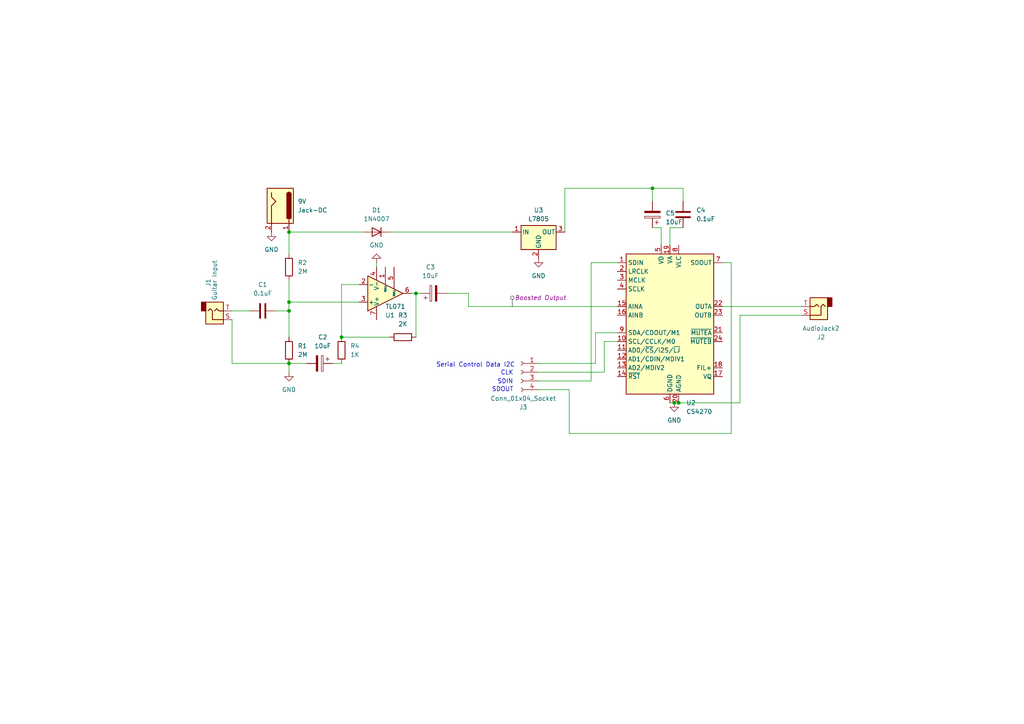
<source format=kicad_sch>
(kicad_sch (version 20231120) (generator "eeschema") (generator_version "8.0")
  (paper "A4")
  (lib_symbols
    (symbol "Amplifier_Operational:TL071" (pin_names (offset 0.127))
      (property "Reference" "U" (at 0 6.35 0))
      (property "Value" "TL071" (at 0 3.81 0))
      (symbol "TL071_0_1"
        (polyline (pts (xy -5.08 5.08) (xy 5.08 0) (xy -5.08 -5.08) (xy -5.08 5.08)) (stroke (width 0.254)) (fill (type background)))
      )
      (symbol "TL071_1_1"
        (pin input line (at 0 -7.62 90) (length 5.08) (name "NULL") (number "1"))
        (pin input line (at -7.62 -2.54 0) (length 2.54) (name "-") (number "2"))
        (pin input line (at -7.62 2.54 0) (length 2.54) (name "+") (number "3"))
        (pin power_in line (at -2.54 -7.62 90) (length 3.81) (name "V-") (number "4"))
        (pin input line (at 2.54 -7.62 90) (length 6.35) (name "NULL") (number "5"))
        (pin output line (at 7.62 0 180) (length 2.54) (name "~") (number "6"))
        (pin power_in line (at -2.54 7.62 270) (length 3.81) (name "V+") (number "7"))
        (pin no_connect line (at 0 2.54 270) (length 2.54) hide (name "NC") (number "8"))
      )
    )
    (symbol "Audio:CS4270"
      (property "Reference" "U" (at -11.43 21.59 0))
      (property "Value" "CS4270" (at 8.89 21.59 0))
      (symbol "CS4270_0_1"
        (rectangle (start -12.7 20.32) (end 12.7 -20.32) (stroke (width 0.254)) (fill (type background)))
      )
      (symbol "CS4270_1_0"
        (pin input line (at -15.24 17.78 0) (length 2.54) (name "SDIN") (number "1"))
        (pin input line (at -15.24 -5.08 0) (length 2.54) (name "SCL/CCLK/M0") (number "10"))
        (pin input line (at -15.24 -7.62 0) (length 2.54) (name "AD0/~{CS}/I2S/~{LJ}") (number "11"))
        (pin input line (at -15.24 -10.16 0) (length 2.54) (name "AD1/CDIN/MDIV1") (number "12"))
        (pin input line (at -15.24 -12.7 0) (length 2.54) (name "AD2/MDIV2") (number "13"))
        (pin input line (at -15.24 -15.24 0) (length 2.54) (name "~{RST}") (number "14"))
        (pin input line (at -15.24 5.08 0) (length 2.54) (name "AINA") (number "15"))
        (pin input line (at -15.24 2.54 0) (length 2.54) (name "AINB") (number "16"))
        (pin passive line (at 15.24 -15.24 180) (length 2.54) (name "VQ") (number "17"))
        (pin passive line (at 15.24 -12.7 180) (length 2.54) (name "FIL+") (number "18"))
        (pin power_in line (at 0 22.86 270) (length 2.54) (name "VA") (number "19"))
        (pin bidirectional line (at -15.24 15.24 0) (length 2.54) (name "LRCLK") (number "2"))
        (pin power_in line (at 2.54 -22.86 90) (length 2.54) (name "AGND") (number "20"))
        (pin input line (at 15.24 -2.54 180) (length 2.54) (name "~{MUTEA}") (number "21"))
        (pin output line (at 15.24 5.08 180) (length 2.54) (name "OUTA") (number "22"))
        (pin output line (at 15.24 2.54 180) (length 2.54) (name "OUTB") (number "23"))
        (pin input line (at 15.24 -5.08 180) (length 2.54) (name "~{MUTEB}") (number "24"))
        (pin input line (at -15.24 12.7 0) (length 2.54) (name "MCLK") (number "3"))
        (pin bidirectional line (at -15.24 10.16 0) (length 2.54) (name "SCLK") (number "4"))
        (pin power_in line (at -2.54 22.86 270) (length 2.54) (name "VD") (number "5"))
        (pin power_in line (at 0 -22.86 90) (length 2.54) (name "DGND") (number "6"))
        (pin output line (at 15.24 17.78 180) (length 2.54) (name "SDOUT") (number "7"))
        (pin power_in line (at 2.54 22.86 270) (length 2.54) (name "VLC") (number "8"))
        (pin bidirectional line (at -15.24 -2.54 0) (length 2.54) (name "SDA/CDOUT/M1") (number "9"))
      )
    )
    (symbol "Connector:Conn_01x04_Socket" (pin_names (offset 1.016) hide)
      (property "Reference" "J" (at 0 5.08 0))
      (property "Value" "Conn_01x04_Socket" (at 0 -7.62 0))
      (symbol "Conn_01x04_Socket_1_1"
        (arc (start 0 -4.572) (mid -0.5058 -5.08) (end 0 -5.588) (stroke (width 0.1524)))
        (arc (start 0 -2.032) (mid -0.5058 -2.54) (end 0 -3.048) (stroke (width 0.1524)))
        (polyline (pts (xy -1.27 -5.08) (xy -0.508 -5.08)) (stroke (width 0.1524)))
        (polyline (pts (xy -1.27 -2.54) (xy -0.508 -2.54)) (stroke (width 0.1524)))
        (polyline (pts (xy -1.27 0) (xy -0.508 0)) (stroke (width 0.1524)))
        (polyline (pts (xy -1.27 2.54) (xy -0.508 2.54)) (stroke (width 0.1524)))
        (arc (start 0 0.508) (mid -0.5058 0) (end 0 -0.508) (stroke (width 0.1524)))
        (arc (start 0 3.048) (mid -0.5058 2.54) (end 0 2.032) (stroke (width 0.1524)))
        (pin passive line (at -5.08 2.54 0) (length 3.81) (name "Pin_1") (number "1"))
        (pin passive line (at -5.08 0 0) (length 3.81) (name "Pin_2") (number "2"))
        (pin passive line (at -5.08 -2.54 0) (length 3.81) (name "Pin_3") (number "3"))
        (pin passive line (at -5.08 -5.08 0) (length 3.81) (name "Pin_4") (number "4"))
      )
    )
    (symbol "Connector:Jack-DC" (pin_names (offset 1.016))
      (property "Reference" "J" (at 0 5.334 0))
      (property "Value" "Jack-DC" (at 0 -5.08 0))
      (symbol "Jack-DC_0_1"
        (rectangle (start -5.08 3.81) (end 5.08 -3.81) (stroke (width 0.254)) (fill (type background)))
        (arc (start -3.302 3.175) (mid -3.9343 2.54) (end -3.302 1.905) (stroke (width 0.254)))
        (arc (start -3.302 3.175) (mid -3.9343 2.54) (end -3.302 1.905) (stroke (width 0.254)) (fill (type outline)))
        (polyline (pts (xy 5.08 2.54) (xy 3.81 2.54)) (stroke (width 0.254)))
        (polyline (pts (xy -3.81 -2.54) (xy -2.54 -2.54) (xy -1.27 -1.27) (xy 0 -2.54) (xy 2.54 -2.54) (xy 5.08 -2.54)) (stroke (width 0.254)))
        (rectangle (start 3.683 3.175) (end -3.302 1.905) (stroke (width 0.254)) (fill (type outline)))
      )
      (symbol "Jack-DC_1_1"
        (pin passive line (at 7.62 2.54 180) (length 2.54) (name "~") (number "1"))
        (pin passive line (at 7.62 -2.54 180) (length 2.54) (name "~") (number "2"))
      )
    )
    (symbol "Connector_Audio:AudioJack2"
      (property "Reference" "J" (at 0 8.89 0))
      (property "Value" "AudioJack2" (at 0 6.35 0))
      (symbol "AudioJack2_0_1"
        (rectangle (start -3.81 0) (end -2.54 -2.54) (stroke (width 0.254)) (fill (type outline)))
        (rectangle (start -2.54 3.81) (end 2.54 -2.54) (stroke (width 0.254)) (fill (type background)))
        (polyline (pts (xy 0 0) (xy 0.635 -0.635) (xy 1.27 0) (xy 2.54 0)) (stroke (width 0.254)))
        (polyline (pts (xy 2.54 2.54) (xy -0.635 2.54) (xy -0.635 0) (xy -1.27 -0.635) (xy -1.905 0)) (stroke (width 0.254)))
      )
      (symbol "AudioJack2_1_1"
        (pin passive line (at 5.08 2.54 180) (length 2.54) (name "~") (number "S"))
        (pin passive line (at 5.08 0 180) (length 2.54) (name "~") (number "T"))
      )
    )
    (symbol "Device:C" (pin_numbers hide) (pin_names (offset 0.254))
      (property "Reference" "C" (at 0.635 2.54 0))
      (property "Value" "C" (at 0.635 -2.54 0))
      (symbol "C_0_1"
        (polyline (pts (xy -2.032 -0.762) (xy 2.032 -0.762)) (stroke (width 0.508)))
        (polyline (pts (xy -2.032 0.762) (xy 2.032 0.762)) (stroke (width 0.508)))
      )
      (symbol "C_1_1"
        (pin passive line (at 0 3.81 270) (length 2.794) (name "~") (number "1"))
        (pin passive line (at 0 -3.81 90) (length 2.794) (name "~") (number "2"))
      )
    )
    (symbol "Device:C_Polarized" (pin_numbers hide) (pin_names (offset 0.254))
      (property "Reference" "C" (at 0.635 2.54 0))
      (property "Value" "C_Polarized" (at 0.635 -2.54 0))
      (symbol "C_Polarized_0_1"
        (rectangle (start -2.286 0.508) (end 2.286 1.016))
        (polyline (pts (xy -1.778 2.286) (xy -0.762 2.286)))
        (polyline (pts (xy -1.27 2.794) (xy -1.27 1.778)))
        (rectangle (start 2.286 -0.508) (end -2.286 -1.016) (fill (type outline)))
      )
      (symbol "C_Polarized_1_1"
        (pin passive line (at 0 3.81 270) (length 2.794) (name "~") (number "1"))
        (pin passive line (at 0 -3.81 90) (length 2.794) (name "~") (number "2"))
      )
    )
    (symbol "Device:R" (pin_numbers hide) (pin_names (offset 0))
      (property "Reference" "R" (at 2.032 0 90))
      (property "Value" "R" (at 0 0 90))
      (symbol "R_0_1"
        (rectangle (start -1.016 -2.54) (end 1.016 2.54) (stroke (width 0.254)))
      )
      (symbol "R_1_1"
        (pin passive line (at 0 3.81 270) (length 1.27) (name "~") (number "1"))
        (pin passive line (at 0 -3.81 90) (length 1.27) (name "~") (number "2"))
      )
    )
    (symbol "Diode:1N4007" (pin_numbers hide) (pin_names hide)
      (property "Reference" "D" (at 0 2.54 0))
      (property "Value" "1N4007" (at 0 -2.54 0))
      (symbol "1N4007_0_1"
        (polyline (pts (xy -1.27 1.27) (xy -1.27 -1.27)) (stroke (width 0.254)))
        (polyline (pts (xy 1.27 0) (xy -1.27 0)))
        (polyline (pts (xy 1.27 1.27) (xy 1.27 -1.27) (xy -1.27 0) (xy 1.27 1.27)) (stroke (width 0.254)))
      )
      (symbol "1N4007_1_1"
        (pin passive line (at -3.81 0 0) (length 2.54) (name "K") (number "1"))
        (pin passive line (at 3.81 0 180) (length 2.54) (name "A") (number "2"))
      )
    )
    (symbol "Regulator_Linear:L7805" (pin_names (offset 0.254))
      (property "Reference" "U" (at -3.81 3.175 0))
      (property "Value" "L7805" (at 0 3.175 0))
      (symbol "L7805_0_1"
        (rectangle (start -5.08 1.905) (end 5.08 -5.08) (stroke (width 0.254)) (fill (type background)))
      )
      (symbol "L7805_1_1"
        (pin power_in line (at -7.62 0 0) (length 2.54) (name "IN") (number "1"))
        (pin power_in line (at 0 -7.62 90) (length 2.54) (name "GND") (number "2"))
        (pin power_out line (at 7.62 0 180) (length 2.54) (name "OUT") (number "3"))
      )
    )
    (symbol "power:GND" (power) (pin_numbers hide) (pin_names (offset 0) hide)
      (property "Value" "GND" (at 0 -3.81 0))
      (symbol "GND_0_1"
        (polyline (pts (xy 0 0) (xy 0 -1.27) (xy 1.27 -1.27) (xy 0 -2.54) (xy -1.27 -1.27) (xy 0 -1.27)))
      )
      (symbol "GND_1_1"
        (pin power_in line (at 0 0 270) (length 0) (name "~") (number "1"))
      )
    )
  )
  (junction (at 83.82 105.41))
  (junction (at 189.23 54.61))
  (junction (at 195.58 116.84))
  (junction (at 196.85 116.84))
  (junction (at 99.06 97.79))
  (junction (at 83.82 87.63))
  (junction (at 83.82 67.31))
  (junction (at 120.65 85.09))
  (junction (at 83.82 90.17))
  (wire (pts (xy 135.89 88.9) (xy 179.07 88.9)))
  (wire (pts (xy 195.58 116.84) (xy 196.85 116.84)))
  (wire (pts (xy 172.72 105.41) (xy 172.72 96.52)))
  (wire (pts (xy 189.23 54.61) (xy 189.23 58.42)))
  (wire (pts (xy 83.82 107.95) (xy 83.82 105.41)))
  (wire (pts (xy 67.31 90.17) (xy 72.39 90.17)))
  (wire (pts (xy 83.82 90.17) (xy 83.82 97.79)))
  (wire (pts (xy 83.82 105.41) (xy 88.9 105.41)))
  (wire (pts (xy 179.07 76.2) (xy 171.45 76.2)))
  (wire (pts (xy 194.31 66.04) (xy 194.31 71.12)))
  (wire (pts (xy 99.06 82.55) (xy 99.06 97.79)))
  (wire (pts (xy 67.31 105.41) (xy 83.82 105.41)))
  (wire (pts (xy 135.89 85.09) (xy 135.89 88.9)))
  (wire (pts (xy 198.12 58.42) (xy 198.12 54.61)))
  (wire (pts (xy 113.03 67.31) (xy 148.59 67.31)))
  (wire (pts (xy 212.09 125.73) (xy 165.1 125.73)))
  (wire (pts (xy 165.1 125.73) (xy 165.1 113.03)))
  (wire (pts (xy 191.77 66.04) (xy 191.77 71.12)))
  (wire (pts (xy 83.82 81.28) (xy 83.82 87.63)))
  (wire (pts (xy 99.06 97.79) (xy 113.03 97.79)))
  (wire (pts (xy 212.09 76.2) (xy 212.09 125.73)))
  (wire (pts (xy 194.31 116.84) (xy 195.58 116.84)))
  (wire (pts (xy 156.21 105.41) (xy 172.72 105.41)))
  (wire (pts (xy 83.82 67.31) (xy 83.82 73.66)))
  (wire (pts (xy 156.21 107.95) (xy 175.26 107.95)))
  (wire (pts (xy 120.65 85.09) (xy 121.92 85.09)))
  (wire (pts (xy 129.54 85.09) (xy 135.89 85.09)))
  (wire (pts (xy 83.82 67.31) (xy 105.41 67.31)))
  (wire (pts (xy 175.26 99.06) (xy 179.07 99.06)))
  (wire (pts (xy 189.23 66.04) (xy 191.77 66.04)))
  (wire (pts (xy 67.31 92.71) (xy 67.31 105.41)))
  (wire (pts (xy 163.83 67.31) (xy 163.83 54.61)))
  (wire (pts (xy 96.52 105.41) (xy 99.06 105.41)))
  (wire (pts (xy 109.22 76.2) (xy 109.22 77.47)))
  (wire (pts (xy 156.21 113.03) (xy 165.1 113.03)))
  (wire (pts (xy 163.83 54.61) (xy 189.23 54.61)))
  (wire (pts (xy 119.38 85.09) (xy 120.65 85.09)))
  (wire (pts (xy 172.72 96.52) (xy 179.07 96.52)))
  (wire (pts (xy 83.82 87.63) (xy 83.82 90.17)))
  (wire (pts (xy 212.09 76.2) (xy 209.55 76.2)))
  (wire (pts (xy 80.01 90.17) (xy 83.82 90.17)))
  (wire (pts (xy 214.63 91.44) (xy 232.41 91.44)))
  (wire (pts (xy 171.45 76.2) (xy 171.45 110.49)))
  (wire (pts (xy 156.21 110.49) (xy 171.45 110.49)))
  (wire (pts (xy 198.12 54.61) (xy 189.23 54.61)))
  (wire (pts (xy 196.85 116.84) (xy 214.63 116.84)))
  (wire (pts (xy 214.63 116.84) (xy 214.63 91.44)))
  (wire (pts (xy 104.14 82.55) (xy 99.06 82.55)))
  (wire (pts (xy 120.65 85.09) (xy 120.65 97.79)))
  (wire (pts (xy 175.26 107.95) (xy 175.26 99.06)))
  (wire (pts (xy 232.41 88.9) (xy 209.55 88.9)))
  (wire (pts (xy 198.12 66.04) (xy 194.31 66.04)))
  (wire (pts (xy 83.82 87.63) (xy 104.14 87.63)))
  (text "CLK\n" (at 147.066 108.204 0) (effects (font (size 1.27 1.27))))
  (text "SDOUT\n" (at 145.796 113.03 0) (effects (font (size 1.27 1.27))))
  (text "SDIN" (at 146.558 110.744 0) (effects (font (size 1.27 1.27))))
  (text "Serial Control Data I2C" (at 137.922 105.918 0) (effects (font (size 1.27 1.27))))
  (netclass_flag "" (length 2.54) (shape round) (at 148.59 88.9 0) (property "Netclass" "Boosted Output" (at 149.2885 86.36 0) (effects (font (italic yes)) (justify left))))
  (symbol (lib_id "Device:R") (at 99.06 101.6 180) (unit 1)
    (property "Reference" "R4" (at 101.6 100.3299 0) (effects (justify right)))
    (property "Value" "1K" (at 101.6 102.8699 0) (effects (justify right)))
    (property "Description" "Resistor" (effects (hide yes)))
  )
  (symbol (lib_id "Device:R") (at 116.84 97.79 90) (unit 1)
    (property "Reference" "R3" (at 116.84 91.44 90))
    (property "Value" "2K" (at 116.84 93.98 90))
    (property "Description" "Resistor" (effects (hide yes)))
  )
  (symbol (lib_id "Connector:Conn_01x04_Socket") (at 151.13 107.95 0) (mirror y) (unit 1)
    (property "Reference" "J3" (at 151.765 118.11 0))
    (property "Value" "Conn_01x04_Socket" (at 151.765 115.57 0))
    (property "Description" "Generic connector, single row, 01x04, script generated" (effects (hide yes)))
  )
  (symbol (lib_id "Connector_Audio:AudioJack2") (at 237.49 88.9 180) (unit 1)
    (property "Reference" "J2" (at 238.125 97.79 0))
    (property "Value" "AudioJack2" (at 238.125 95.25 0))
    (property "Footprint" "Connector_Audio:Jack_6.35mm_Neutrik_NMJ4HCD2_Horizontal" (effects (hide yes)))
    (property "Description" "Audio Jack, 2 Poles (Mono / TS)" (effects (hide yes)))
  )
  (symbol (lib_id "Device:R") (at 83.82 77.47 0) (unit 1)
    (property "Reference" "R2" (at 86.36 76.1999 0) (effects (justify left)))
    (property "Value" "2M" (at 86.36 78.7399 0) (effects (justify left)))
    (property "Description" "Resistor" (effects (hide yes)))
  )
  (symbol (lib_id "power:GND") (at 109.22 76.2 0) (mirror x) (unit 1)
    (property "Reference" "#PWR02" (effects (hide yes)))
    (property "Value" "GND" (at 109.22 71.12 0))
    (property "Description" "Power symbol creates a global label with name \"GND\" , ground" (effects (hide yes)))
  )
  (symbol (lib_id "Device:R") (at 83.82 101.6 0) (unit 1)
    (property "Reference" "R1" (at 86.36 100.3299 0) (effects (justify left)))
    (property "Value" "2M" (at 86.36 102.8699 0) (effects (justify left)))
    (property "Description" "Resistor" (effects (hide yes)))
  )
  (symbol (lib_id "power:GND") (at 156.21 74.93 0) (unit 1)
    (property "Reference" "#PWR05" (effects (hide yes)))
    (property "Value" "GND" (at 156.21 80.01 0))
    (property "Description" "Power symbol creates a global label with name \"GND\" , ground" (effects (hide yes)))
  )
  (symbol (lib_id "power:GND") (at 195.58 116.84 0) (unit 1)
    (property "Reference" "#PWR04" (effects (hide yes)))
    (property "Value" "GND" (at 195.58 121.92 0))
    (property "Description" "Power symbol creates a global label with name \"GND\" , ground" (effects (hide yes)))
  )
  (symbol (lib_id "Connector_Audio:AudioJack2") (at 62.23 90.17 0) (mirror x) (unit 1)
    (property "Reference" "J1" (at 60.452 80.772 90) (effects (justify left)))
    (property "Value" "Guitar Input" (at 62.23 75.438 90) (effects (justify left)))
    (property "Footprint" "Connector_Audio:Jack_6.35mm_Neutrik_NJ6TB-V_Vertical" (effects (hide yes)))
    (property "Description" "Audio Jack, 2 Poles (Mono / TS)" (effects (hide yes)))
  )
  (symbol (lib_id "Diode:1N4007") (at 109.22 67.31 180) (unit 1)
    (property "Reference" "D1" (at 109.22 60.96 0))
    (property "Value" "1N4007" (at 109.22 63.5 0))
    (property "Footprint" "Diode_THT:D_DO-41_SOD81_P10.16mm_Horizontal" (effects (hide yes)))
    (property "Datasheet" "http://www.vishay.com/docs/88503/1n4001.pdf" (effects (hide yes)))
    (property "Description" "1000V 1A General Purpose Rectifier Diode, DO-41" (effects (hide yes)))
    (property "Sim.Device" "D" (effects (hide yes)))
    (property "Sim.Pins" "1=K 2=A" (effects (hide yes)))
  )
  (symbol (lib_id "Amplifier_Operational:TL071") (at 111.76 85.09 0) (mirror x) (unit 1)
    (property "Reference" "U1" (at 111.76 91.44 0) (effects (justify left)))
    (property "Value" "TL071" (at 111.76 88.9 0) (effects (justify left)))
    (property "Datasheet" "http://www.ti.com/lit/ds/symlink/tl071.pdf" (effects (hide yes)))
    (property "Description" "Single Low-Noise JFET-Input Operational Amplifiers, DIP-8/SOIC-8" (effects (hide yes)))
  )
  (symbol (lib_id "Connector:Jack-DC") (at 81.28 59.69 270) (unit 1)
    (property "Reference" "9V" (at 86.36 58.4199 90) (effects (justify left)))
    (property "Value" "Jack-DC" (at 86.36 60.9599 90) (effects (justify left)))
    (property "Footprint" "Connector_BarrelJack:BarrelJack_SwitchcraftConxall_RAPC10U_Horizontal" (effects (hide yes)))
    (property "Description" "DC Barrel Jack" (effects (hide yes)))
  )
  (symbol (lib_id "Device:C") (at 198.12 62.23 180) (unit 1)
    (property "Reference" "C4" (at 201.93 60.9599 0) (effects (justify right)))
    (property "Value" "0.1uF" (at 201.93 63.4999 0) (effects (justify right)))
    (property "Description" "Unpolarized capacitor" (effects (hide yes)))
    (property "Sim.Device" "C" (effects (hide yes)))
    (property "Sim.Type" "=" (effects (hide yes)))
    (property "Sim.Params" "c=0.001" (effects (hide yes)))
    (property "Sim.Pins" "1=+ 2=-" (effects (hide yes)))
  )
  (symbol (lib_id "Regulator_Linear:L7805") (at 156.21 67.31 0) (unit 1)
    (property "Reference" "U3" (at 156.21 60.96 0))
    (property "Value" "L7805" (at 156.21 63.5 0))
    (property "Datasheet" "http://www.st.com/content/ccc/resource/technical/document/datasheet/41/4f/b3/b0/12/d4/47/88/CD00000444.pdf/files/CD00000444.pdf/jcr:content/translations/en.CD00000444.pdf" (effects (hide yes)))
    (property "Description" "Positive 1.5A 35V Linear Regulator, Fixed Output 5V, TO-220/TO-263/TO-252" (effects (hide yes)))
  )
  (symbol (lib_id "power:GND") (at 83.82 107.95 0) (unit 1)
    (property "Reference" "#PWR01" (effects (hide yes)))
    (property "Value" "GND" (at 83.82 113.03 0))
    (property "Description" "Power symbol creates a global label with name \"GND\" , ground" (effects (hide yes)))
  )
  (symbol (lib_id "power:GND") (at 78.74 67.31 0) (unit 1)
    (property "Reference" "#PWR03" (effects (hide yes)))
    (property "Value" "GND" (at 78.74 72.39 0))
    (property "Description" "Power symbol creates a global label with name \"GND\" , ground" (effects (hide yes)))
  )
  (symbol (lib_id "Device:C_Polarized") (at 92.71 105.41 270) (unit 1)
    (property "Reference" "C2" (at 93.599 97.79 90))
    (property "Value" "10uF" (at 93.599 100.33 90))
    (property "Description" "Polarized capacitor" (effects (hide yes)))
  )
  (symbol (lib_id "Device:C_Polarized") (at 125.73 85.09 90) (unit 1)
    (property "Reference" "C3" (at 124.841 77.47 90))
    (property "Value" "10uF" (at 124.841 80.01 90))
    (property "Description" "Polarized capacitor" (effects (hide yes)))
  )
  (symbol (lib_id "Device:C") (at 76.2 90.17 270) (unit 1)
    (property "Reference" "C1" (at 76.2 82.55 90))
    (property "Value" "0.1uF" (at 76.2 85.09 90))
    (property "Description" "Unpolarized capacitor" (effects (hide yes)))
    (property "Sim.Device" "C" (effects (hide yes)))
    (property "Sim.Type" "=" (effects (hide yes)))
    (property "Sim.Params" "c=0.001" (effects (hide yes)))
    (property "Sim.Pins" "1=+ 2=-" (effects (hide yes)))
  )
  (symbol (lib_id "Device:C_Polarized") (at 189.23 62.23 180) (unit 1)
    (property "Reference" "C5" (at 193.04 61.8489 0) (effects (justify right)))
    (property "Value" "10uF" (at 193.04 64.3889 0) (effects (justify right)))
    (property "Description" "Polarized capacitor" (effects (hide yes)))
  )
  (symbol (lib_id "Audio:CS4270") (at 194.31 93.98 0) (unit 1)
    (property "Reference" "U2" (at 199.0441 116.84 0) (effects (justify left)))
    (property "Value" "CS4270" (at 199.0441 119.38 0) (effects (justify left)))
    (property "Footprint" "Package_SO:TSSOP-24_4.4x7.8mm_P0.65mm" (effects (hide yes)))
    (property "Datasheet" "https://statics.cirrus.com/pubs/proDatasheet/CS4270_F1.pdf" (effects (hide yes)))
    (property "Description" "24-Bit, 192-kHz Stereo Audio CODEC, TSSOP-24" (effects (hide yes)))
  )
)
</source>
